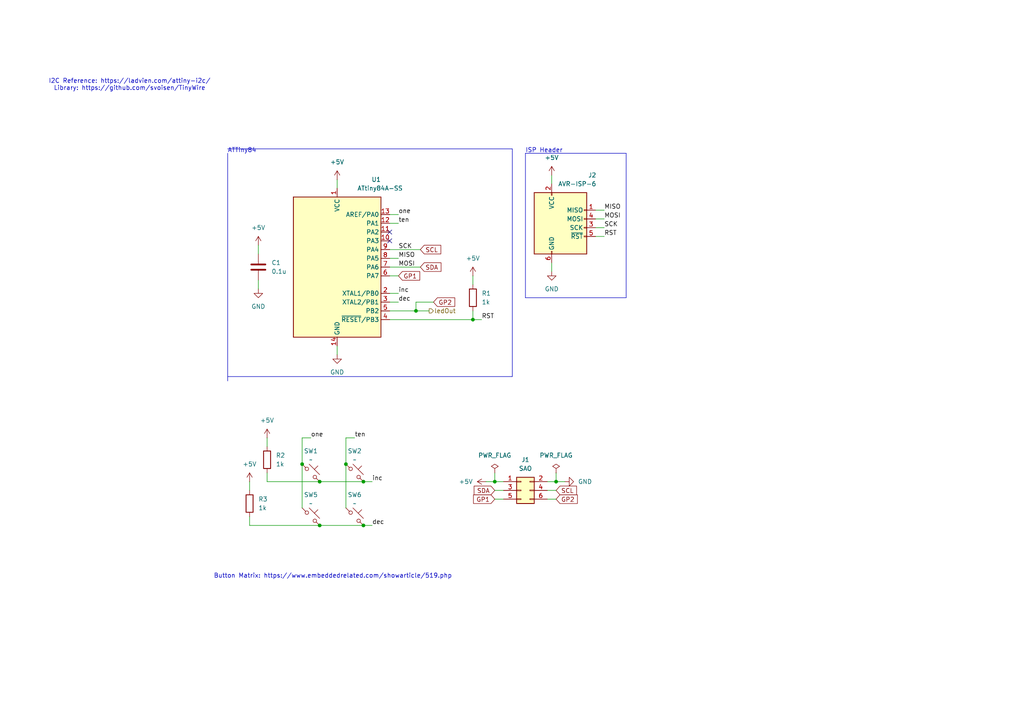
<source format=kicad_sch>
(kicad_sch (version 20231120) (generator "eeschema") (generator_version "8.0")
  (paper "A4")
  (lib_symbols
    (symbol "AVR-ISP-6_1" (pin_names (offset 1.016))
      (property "Reference" "J" (at -6.35 11.43 0))
      (property "Value" "AVR-ISP-6" (at 0 11.43 0))
      (symbol "AVR-ISP-6_1_0_1"
        (rectangle (start -2.667 -6.858) (end -2.413 -7.62))
        (rectangle (start -2.667 10.16) (end -2.413 9.398))
        (rectangle (start 7.62 -2.413) (end 6.858 -2.667))
        (rectangle (start 7.62 0.127) (end 6.858 -0.127))
        (rectangle (start 7.62 2.667) (end 6.858 2.413))
        (rectangle (start 7.62 5.207) (end 6.858 4.953))
        (rectangle (start 7.62 10.16) (end -7.62 -7.62) (stroke (width 0.254)) (fill (type background)))
      )
      (symbol "AVR-ISP-6_1_1_1"
        (pin passive line (at 10.16 5.08 180) (length 2.54) (name "MISO") (number "1"))
        (pin passive line (at -2.54 12.7 270) (length 2.54) (name "VCC") (number "2"))
        (pin passive line (at 10.16 0 180) (length 2.54) (name "SCK") (number "3"))
        (pin passive line (at 10.16 2.54 180) (length 2.54) (name "MOSI") (number "4"))
        (pin passive line (at 10.16 -2.54 180) (length 2.54) (name "~{RST}") (number "5"))
        (pin passive line (at -2.54 -10.16 90) (length 2.54) (name "GND") (number "6"))
      )
    )
    (symbol "Connector_Generic:Conn_02x03_Odd_Even" (pin_names (offset 1.016) hide)
      (property "Reference" "J" (at 1.27 5.08 0))
      (property "Value" "Conn_02x03_Odd_Even" (at 1.27 -5.08 0))
      (symbol "Conn_02x03_Odd_Even_1_1"
        (rectangle (start -1.27 -2.413) (end 0 -2.667) (stroke (width 0.1524)))
        (rectangle (start -1.27 0.127) (end 0 -0.127) (stroke (width 0.1524)))
        (rectangle (start -1.27 2.667) (end 0 2.413) (stroke (width 0.1524)))
        (rectangle (start -1.27 3.81) (end 3.81 -3.81) (stroke (width 0.254)) (fill (type background)))
        (rectangle (start 3.81 -2.413) (end 2.54 -2.667) (stroke (width 0.1524)))
        (rectangle (start 3.81 0.127) (end 2.54 -0.127) (stroke (width 0.1524)))
        (rectangle (start 3.81 2.667) (end 2.54 2.413) (stroke (width 0.1524)))
        (pin passive line (at -5.08 2.54 0) (length 3.81) (name "Pin_1") (number "1"))
        (pin passive line (at 7.62 2.54 180) (length 3.81) (name "Pin_2") (number "2"))
        (pin passive line (at -5.08 0 0) (length 3.81) (name "Pin_3") (number "3"))
        (pin passive line (at 7.62 0 180) (length 3.81) (name "Pin_4") (number "4"))
        (pin passive line (at -5.08 -2.54 0) (length 3.81) (name "Pin_5") (number "5"))
        (pin passive line (at 7.62 -2.54 180) (length 3.81) (name "Pin_6") (number "6"))
      )
    )
    (symbol "Device:C" (pin_numbers hide) (pin_names (offset 0.254))
      (property "Reference" "C" (at 0.635 2.54 0))
      (property "Value" "C" (at 0.635 -2.54 0))
      (symbol "C_0_1"
        (polyline (pts (xy -2.032 -0.762) (xy 2.032 -0.762)) (stroke (width 0.508)))
        (polyline (pts (xy -2.032 0.762) (xy 2.032 0.762)) (stroke (width 0.508)))
      )
      (symbol "C_1_1"
        (pin passive line (at 0 3.81 270) (length 2.794) (name "~") (number "1"))
        (pin passive line (at 0 -3.81 90) (length 2.794) (name "~") (number "2"))
      )
    )
    (symbol "Device:R" (pin_numbers hide) (pin_names (offset 0))
      (property "Reference" "R" (at 2.032 0 90))
      (property "Value" "R" (at 0 0 90))
      (symbol "R_0_1"
        (rectangle (start -1.016 -2.54) (end 1.016 2.54) (stroke (width 0.254)))
      )
      (symbol "R_1_1"
        (pin passive line (at 0 3.81 270) (length 1.27) (name "~") (number "1"))
        (pin passive line (at 0 -3.81 90) (length 1.27) (name "~") (number "2"))
      )
    )
    (symbol "MCU_Microchip_ATtiny:ATtiny84A-SS"
      (property "Reference" "U" (at -12.7 21.59 0))
      (property "Value" "ATtiny84A-SS" (at 2.54 -21.59 0))
      (symbol "ATtiny84A-SS_0_1"
        (rectangle (start -12.7 -20.32) (end 12.7 20.32) (stroke (width 0.254)) (fill (type background)))
      )
      (symbol "ATtiny84A-SS_1_1"
        (pin power_in line (at 0 22.86 270) (length 2.54) (name "VCC") (number "1"))
        (pin bidirectional line (at 15.24 7.62 180) (length 2.54) (name "PA3") (number "10"))
        (pin bidirectional line (at 15.24 10.16 180) (length 2.54) (name "PA2") (number "11"))
        (pin bidirectional line (at 15.24 12.7 180) (length 2.54) (name "PA1") (number "12"))
        (pin bidirectional line (at 15.24 15.24 180) (length 2.54) (name "AREF/PA0") (number "13"))
        (pin power_in line (at 0 -22.86 90) (length 2.54) (name "GND") (number "14"))
        (pin bidirectional line (at 15.24 -7.62 180) (length 2.54) (name "XTAL1/PB0") (number "2"))
        (pin bidirectional line (at 15.24 -10.16 180) (length 2.54) (name "XTAL2/PB1") (number "3"))
        (pin bidirectional line (at 15.24 -15.24 180) (length 2.54) (name "~{RESET}/PB3") (number "4"))
        (pin bidirectional line (at 15.24 -12.7 180) (length 2.54) (name "PB2") (number "5"))
        (pin bidirectional line (at 15.24 -2.54 180) (length 2.54) (name "PA7") (number "6"))
        (pin bidirectional line (at 15.24 0 180) (length 2.54) (name "PA6") (number "7"))
        (pin bidirectional line (at 15.24 2.54 180) (length 2.54) (name "PA5") (number "8"))
        (pin bidirectional line (at 15.24 5.08 180) (length 2.54) (name "PA4") (number "9"))
      )
    )
    (symbol "Switch:SW_Push_45deg" (pin_numbers hide) (pin_names (offset 1.016) hide)
      (property "Reference" "SW" (at 3.048 1.016 0))
      (property "Value" "SW_Push_45deg" (at 0 -3.81 0))
      (symbol "SW_Push_45deg_0_1"
        (circle (center -1.1684 1.1684) (radius 0.508))
        (polyline (pts (xy -0.508 2.54) (xy 2.54 -0.508)))
        (polyline (pts (xy 1.016 1.016) (xy 2.032 2.032)))
        (polyline (pts (xy -2.54 2.54) (xy -1.524 1.524) (xy -1.524 1.524)))
        (polyline (pts (xy 1.524 -1.524) (xy 2.54 -2.54) (xy 2.54 -2.54) (xy 2.54 -2.54)))
        (circle (center 1.143 -1.1938) (radius 0.508))
        (pin passive line (at -2.54 2.54 0) (length 0) (name "1") (number "1"))
        (pin passive line (at 2.54 -2.54 180) (length 0) (name "2") (number "2"))
      )
    )
    (symbol "power:+5V" (power) (pin_numbers hide) (pin_names (offset 0) hide)
      (property "Value" "+5V" (at 0 3.556 0))
      (symbol "+5V_0_1"
        (polyline (pts (xy -0.762 1.27) (xy 0 2.54)))
        (polyline (pts (xy 0 0) (xy 0 2.54)))
        (polyline (pts (xy 0 2.54) (xy 0.762 1.27)))
      )
      (symbol "+5V_1_1"
        (pin power_in line (at 0 0 90) (length 0) (name "~") (number "1"))
      )
    )
    (symbol "power:GND" (power) (pin_numbers hide) (pin_names (offset 0) hide)
      (property "Value" "GND" (at 0 -3.81 0))
      (symbol "GND_0_1"
        (polyline (pts (xy 0 0) (xy 0 -1.27) (xy 1.27 -1.27) (xy 0 -2.54) (xy -1.27 -1.27) (xy 0 -1.27)))
      )
      (symbol "GND_1_1"
        (pin power_in line (at 0 0 270) (length 0) (name "~") (number "1"))
      )
    )
    (symbol "power:PWR_FLAG" (power) (pin_numbers hide) (pin_names (offset 0) hide)
      (property "Value" "PWR_FLAG" (at 0 3.81 0))
      (symbol "PWR_FLAG_0_0"
        (pin power_out line (at 0 0 90) (length 0) (name "~") (number "1"))
      )
      (symbol "PWR_FLAG_0_1"
        (polyline (pts (xy 0 0) (xy 0 1.27) (xy -1.016 1.905) (xy 0 2.54) (xy 1.016 1.905) (xy 0 1.27)))
      )
    )
  )
  (junction (at 92.71 152.4))
  (junction (at 137.16 92.71))
  (junction (at 143.51 139.7))
  (junction (at 105.41 152.4))
  (junction (at 92.71 139.7))
  (junction (at 100.33 134.62))
  (junction (at 87.63 134.62))
  (junction (at 120.65 90.17))
  (junction (at 161.29 139.7))
  (junction (at 105.41 139.7))
  (no_connect (at 113.03 67.31))
  (no_connect (at 113.03 69.85))
  (wire (pts (xy 77.47 139.7) (xy 92.71 139.7)))
  (wire (pts (xy 143.51 137.16) (xy 143.51 139.7)))
  (wire (pts (xy 140.97 139.7) (xy 143.51 139.7)))
  (polyline (pts (xy 66.04 44.45) (xy 66.04 110.49)) (stroke (width 0) (type solid)))
  (wire (pts (xy 113.03 87.63) (xy 115.57 87.63)))
  (wire (pts (xy 113.03 92.71) (xy 137.16 92.71)))
  (wire (pts (xy 105.41 152.4) (xy 107.95 152.4)))
  (wire (pts (xy 74.93 81.28) (xy 74.93 83.82)))
  (wire (pts (xy 87.63 134.62) (xy 87.63 127)))
  (wire (pts (xy 72.39 149.86) (xy 72.39 152.4)))
  (wire (pts (xy 100.33 134.62) (xy 100.33 127)))
  (wire (pts (xy 137.16 80.01) (xy 137.16 82.55)))
  (wire (pts (xy 113.03 85.09) (xy 115.57 85.09)))
  (wire (pts (xy 77.47 127) (xy 77.47 129.54)))
  (wire (pts (xy 100.33 127) (xy 102.87 127)))
  (wire (pts (xy 72.39 139.7) (xy 72.39 142.24)))
  (wire (pts (xy 172.72 68.58) (xy 175.26 68.58)))
  (wire (pts (xy 87.63 127) (xy 90.17 127)))
  (wire (pts (xy 143.51 144.78) (xy 146.05 144.78)))
  (polyline (pts (xy 152.4 44.45) (xy 181.61 44.45)) (stroke (width 0) (type solid)))
  (wire (pts (xy 105.41 139.7) (xy 107.95 139.7)))
  (polyline (pts (xy 152.4 86.36) (xy 152.4 44.45)) (stroke (width 0) (type solid)))
  (wire (pts (xy 113.03 90.17) (xy 120.65 90.17)))
  (wire (pts (xy 143.51 142.24) (xy 146.05 142.24)))
  (wire (pts (xy 92.71 139.7) (xy 105.41 139.7)))
  (wire (pts (xy 87.63 147.32) (xy 87.63 134.62)))
  (polyline (pts (xy 148.59 43.18) (xy 148.59 109.22)) (stroke (width 0) (type solid)))
  (wire (pts (xy 74.93 71.12) (xy 74.93 73.66)))
  (wire (pts (xy 172.72 60.96) (xy 175.26 60.96)))
  (wire (pts (xy 160.02 50.8) (xy 160.02 53.34)))
  (wire (pts (xy 113.03 74.93) (xy 115.57 74.93)))
  (wire (pts (xy 158.75 139.7) (xy 161.29 139.7)))
  (wire (pts (xy 97.79 52.07) (xy 97.79 54.61)))
  (wire (pts (xy 72.39 152.4) (xy 92.71 152.4)))
  (wire (pts (xy 77.47 137.16) (xy 77.47 139.7)))
  (wire (pts (xy 97.79 100.33) (xy 97.79 102.87)))
  (wire (pts (xy 172.72 66.04) (xy 175.26 66.04)))
  (wire (pts (xy 161.29 137.16) (xy 161.29 139.7)))
  (wire (pts (xy 161.29 139.7) (xy 163.83 139.7)))
  (wire (pts (xy 137.16 92.71) (xy 139.7 92.71)))
  (wire (pts (xy 143.51 139.7) (xy 146.05 139.7)))
  (wire (pts (xy 113.03 72.39) (xy 121.92 72.39)))
  (wire (pts (xy 113.03 64.77) (xy 115.57 64.77)))
  (polyline (pts (xy 181.61 86.36) (xy 152.4 86.36)) (stroke (width 0) (type solid)))
  (polyline (pts (xy 181.61 44.45) (xy 181.61 86.36)) (stroke (width 0) (type solid)))
  (wire (pts (xy 120.65 87.63) (xy 125.73 87.63)))
  (wire (pts (xy 120.65 90.17) (xy 124.46 90.17)))
  (wire (pts (xy 113.03 62.23) (xy 115.57 62.23)))
  (wire (pts (xy 113.03 80.01) (xy 115.57 80.01)))
  (wire (pts (xy 158.75 144.78) (xy 161.29 144.78)))
  (polyline (pts (xy 148.59 109.22) (xy 66.04 109.22)) (stroke (width 0) (type solid)))
  (wire (pts (xy 158.75 142.24) (xy 161.29 142.24)))
  (polyline (pts (xy 66.04 43.18) (xy 148.59 43.18)) (stroke (width 0) (type solid)))
  (wire (pts (xy 92.71 152.4) (xy 105.41 152.4)))
  (wire (pts (xy 100.33 147.32) (xy 100.33 134.62)))
  (wire (pts (xy 137.16 90.17) (xy 137.16 92.71)))
  (wire (pts (xy 172.72 63.5) (xy 175.26 63.5)))
  (wire (pts (xy 120.65 90.17) (xy 120.65 87.63)))
  (wire (pts (xy 160.02 76.2) (xy 160.02 78.74)))
  (wire (pts (xy 113.03 77.47) (xy 121.92 77.47)))
  (text "ATTiny84" (at 66.04 44.45 0) (effects (font (size 1.27 1.27)) (justify left bottom)))
  (text "ISP Header" (at 152.4 44.45 0) (effects (font (size 1.27 1.27)) (justify left bottom)))
  (text "I2C Reference: https://ladvien.com/attiny-i2c/\nLibrary: https://github.com/svoisen/TinyWire" (at 37.592 24.638 0) (effects (font (size 1.27 1.27))))
  (text "Button Matrix: https://www.embeddedrelated.com/showarticle/519.php" (at 61.976 167.132 0) (effects (font (size 1.27 1.27)) (justify left)))
  (label "dec" (at 107.95 152.4 0))
  (label "dec" (at 115.57 87.63 0))
  (label "one" (at 115.57 62.23 0))
  (label "MISO" (at 175.26 60.96 0))
  (label "ten" (at 115.57 64.77 0))
  (label "RST" (at 175.26 68.58 0))
  (label "RST" (at 139.7 92.71 0))
  (label "inc" (at 115.57 85.09 0))
  (label "SCK" (at 175.26 66.04 0))
  (label "one" (at 90.17 127 0))
  (label "MOSI" (at 175.26 63.5 0))
  (label "ten" (at 102.87 127 0))
  (label "SCK" (at 115.57 72.39 0))
  (label "MOSI" (at 115.57 77.47 0))
  (label "inc" (at 107.95 139.7 0))
  (label "MISO" (at 115.57 74.93 0))
  (global_label "GP2" (shape input) (at 125.73 87.63 0) (property "Intersheetrefs" "${INTERSHEET_REFS}" (effects (hide yes))))
  (global_label "SCL" (shape input) (at 161.29 142.24 0) (property "Intersheetrefs" "${INTERSHEET_REFS}" (effects (hide yes))))
  (global_label "GP1" (shape input) (at 115.57 80.01 0) (property "Intersheetrefs" "${INTERSHEET_REFS}" (effects (hide yes))))
  (global_label "GP2" (shape input) (at 161.29 144.78 0) (property "Intersheetrefs" "${INTERSHEET_REFS}" (effects (hide yes))))
  (global_label "SDA" (shape input) (at 121.92 77.47 0) (property "Intersheetrefs" "${INTERSHEET_REFS}" (effects (hide yes))))
  (global_label "SDA" (shape input) (at 143.51 142.24 180) (property "Intersheetrefs" "${INTERSHEET_REFS}" (effects (hide yes))))
  (global_label "SCL" (shape input) (at 121.92 72.39 0) (property "Intersheetrefs" "${INTERSHEET_REFS}" (effects (hide yes))))
  (global_label "GP1" (shape input) (at 143.51 144.78 180) (property "Intersheetrefs" "${INTERSHEET_REFS}" (effects (hide yes))))
  (hierarchical_label "ledOut" (shape output) (at 124.46 90.17 0))
  (symbol (lib_id "power:PWR_FLAG") (at 161.29 137.16 0) (unit 1)
    (property "Reference" "#FLG02" (effects (hide yes)))
    (property "Value" "PWR_FLAG" (at 161.29 132.08 0))
    (property "Description" "Special symbol for telling ERC where power comes from" (effects (hide yes)))
  )
  (symbol (lib_id "power:GND") (at 97.79 102.87 0) (unit 1)
    (property "Reference" "#PWR014" (effects (hide yes)))
    (property "Value" "GND" (at 97.79 107.95 0))
    (property "Description" "Power symbol creates a global label with name \"GND\" , ground" (effects (hide yes)))
  )
  (symbol (lib_id "Switch:SW_Push_45deg") (at 102.87 137.16 0) (unit 1)
    (property "Reference" "SW2" (at 102.87 130.81 0))
    (property "Value" "~" (at 102.87 133.35 0))
    (property "Footprint" "customParts:PTS636 SK43 LFS" (effects (hide yes)))
    (property "Description" "Push button switch, normally open, two pins, 45° tilted" (effects (hide yes)))
    (property "MFG" "C&K" (effects (hide yes)))
    (property "MPN" "PTS636 SK43 LFS" (effects (hide yes)))
  )
  (symbol (lib_name "AVR-ISP-6_1") (lib_id "Connector:AVR-ISP-6") (at 162.56 66.04 0) (unit 1)
    (property "Reference" "J2" (at 172.974 50.8 0) (effects (justify right)))
    (property "Value" "AVR-ISP-6" (at 172.974 53.34 0) (effects (justify right)))
    (property "Footprint" "Connector_PinHeader_2.54mm:PinHeader_2x03_P2.54mm_Vertical" (effects (hide yes)))
    (property "Description" "Atmel 6-pin ISP connector" (effects (hide yes)))
    (property "footprintCheck" "y" (effects (hide yes)))
    (property "implementationCheck" "y" (effects (hide yes)))
    (property "MFG" "Amphenol FCI " (effects (hide yes)))
    (property "MPN" "10129381-906002BLF" (effects (hide yes)))
  )
  (symbol (lib_id "power:+5V") (at 97.79 52.07 0) (unit 1)
    (property "Reference" "#PWR013" (effects (hide yes)))
    (property "Value" "+5V" (at 97.79 46.99 0))
    (property "Description" "Power symbol creates a global label with name \"+5V\"" (effects (hide yes)))
  )
  (symbol (lib_id "Switch:SW_Push_45deg") (at 102.87 149.86 0) (unit 1)
    (property "Reference" "SW6" (at 102.87 143.51 0))
    (property "Value" "~" (at 102.87 146.05 0))
    (property "Footprint" "customParts:PTS636 SK43 LFS" (effects (hide yes)))
    (property "Description" "Push button switch, normally open, two pins, 45° tilted" (effects (hide yes)))
    (property "MFG" "C&K" (effects (hide yes)))
    (property "MPN" "PTS636 SK43 LFS" (effects (hide yes)))
  )
  (symbol (lib_id "Device:R") (at 72.39 146.05 0) (unit 1)
    (property "Reference" "R3" (at 74.93 144.7799 0) (effects (justify left)))
    (property "Value" "1k" (at 74.93 147.3199 0) (effects (justify left)))
    (property "Footprint" "Resistor_SMD:R_0805_2012Metric" (effects (hide yes)))
    (property "Description" "Resistor" (effects (hide yes)))
  )
  (symbol (lib_id "Device:C") (at 74.93 77.47 0) (unit 1)
    (property "Reference" "C1" (at 78.74 76.1999 0) (effects (justify left)))
    (property "Value" "0.1u" (at 78.74 78.7399 0) (effects (justify left)))
    (property "Footprint" "Capacitor_SMD:C_0805_2012Metric" (effects (hide yes)))
    (property "mouserPN" "80-C0805C104M3R" (effects (hide yes)))
    (property "implementationCheck" "y" (effects (hide yes)))
  )
  (symbol (lib_id "Switch:SW_Push_45deg") (at 90.17 137.16 0) (unit 1)
    (property "Reference" "SW1" (at 90.17 130.81 0))
    (property "Value" "~" (at 90.17 133.35 0))
    (property "Footprint" "customParts:PTS636 SK43 LFS" (effects (hide yes)))
    (property "Description" "Push button switch, normally open, two pins, 45° tilted" (effects (hide yes)))
    (property "MFG" "C&K" (effects (hide yes)))
    (property "MPN" "PTS636 SK43 LFS" (effects (hide yes)))
  )
  (symbol (lib_id "power:GND") (at 163.83 139.7 90) (unit 1)
    (property "Reference" "#PWR010" (effects (hide yes)))
    (property "Value" "GND" (at 167.64 139.6999 90) (effects (justify right)))
    (property "Description" "Power symbol creates a global label with name \"GND\" , ground" (effects (hide yes)))
  )
  (symbol (lib_id "power:PWR_FLAG") (at 143.51 137.16 0) (unit 1)
    (property "Reference" "#FLG01" (effects (hide yes)))
    (property "Value" "PWR_FLAG" (at 143.51 132.08 0))
    (property "Description" "Special symbol for telling ERC where power comes from" (effects (hide yes)))
  )
  (symbol (lib_id "power:+5V") (at 74.93 71.12 0) (unit 1)
    (property "Reference" "#PWR011" (effects (hide yes)))
    (property "Value" "+5V" (at 74.93 66.04 0))
    (property "Description" "Power symbol creates a global label with name \"+5V\"" (effects (hide yes)))
  )
  (symbol (lib_id "Connector_Generic:Conn_02x03_Odd_Even") (at 151.13 142.24 0) (unit 1)
    (property "Reference" "J1" (at 152.4 133.35 0))
    (property "Value" "SAO" (at 152.4 135.89 0))
    (property "Footprint" "Connector_PinHeader_2.54mm:PinHeader_2x03_P2.54mm_Vertical" (effects (hide yes)))
    (property "Description" "Generic connector, double row, 02x03, odd/even pin numbering scheme (row 1 odd numbers, row 2 even numbers), script generated (kicad-library-utils/schlib/autogen/connector/)" (effects (hide yes)))
  )
  (symbol (lib_id "power:+5V") (at 72.39 139.7 0) (unit 1)
    (property "Reference" "#PWR019" (effects (hide yes)))
    (property "Value" "+5V" (at 72.39 134.62 0))
    (property "Description" "Power symbol creates a global label with name \"+5V\"" (effects (hide yes)))
  )
  (symbol (lib_id "Device:R") (at 137.16 86.36 0) (unit 1)
    (property "Reference" "R1" (at 139.7 85.0899 0) (effects (justify left)))
    (property "Value" "1k" (at 139.7 87.6299 0) (effects (justify left)))
    (property "Footprint" "Resistor_SMD:R_0805_2012Metric_Pad1.20x1.40mm_HandSolder" (effects (hide yes)))
    (property "mouserPN" "71-CRCW08051K00JNEAC" (effects (hide yes)))
    (property "implementationCheck" "y" (effects (hide yes)))
  )
  (symbol (lib_id "power:+5V") (at 140.97 139.7 90) (unit 1)
    (property "Reference" "#PWR09" (effects (hide yes)))
    (property "Value" "+5V" (at 137.16 139.6999 90) (effects (justify left)))
    (property "Description" "Power symbol creates a global label with name \"+5V\"" (effects (hide yes)))
  )
  (symbol (lib_id "power:GND") (at 74.93 83.82 0) (unit 1)
    (property "Reference" "#PWR012" (effects (hide yes)))
    (property "Value" "GND" (at 74.93 88.9 0))
    (property "Description" "Power symbol creates a global label with name \"GND\" , ground" (effects (hide yes)))
  )
  (symbol (lib_id "power:+5V") (at 77.47 127 0) (unit 1)
    (property "Reference" "#PWR018" (effects (hide yes)))
    (property "Value" "+5V" (at 77.47 121.92 0))
    (property "Description" "Power symbol creates a global label with name \"+5V\"" (effects (hide yes)))
  )
  (symbol (lib_id "Switch:SW_Push_45deg") (at 90.17 149.86 0) (unit 1)
    (property "Reference" "SW5" (at 90.17 143.51 0))
    (property "Value" "~" (at 90.17 146.05 0))
    (property "Footprint" "customParts:PTS636 SK43 LFS" (effects (hide yes)))
    (property "Description" "Push button switch, normally open, two pins, 45° tilted" (effects (hide yes)))
    (property "MFG" "C&K" (effects (hide yes)))
    (property "MPN" "PTS636 SK43 LFS" (effects (hide yes)))
  )
  (symbol (lib_id "power:GND") (at 160.02 78.74 0) (unit 1)
    (property "Reference" "#PWR017" (effects (hide yes)))
    (property "Value" "GND" (at 160.02 83.82 0))
    (property "Description" "Power symbol creates a global label with name \"GND\" , ground" (effects (hide yes)))
  )
  (symbol (lib_id "power:+5V") (at 137.16 80.01 0) (unit 1)
    (property "Reference" "#PWR015" (effects (hide yes)))
    (property "Value" "+5V" (at 137.16 74.93 0))
    (property "Description" "Power symbol creates a global label with name \"+5V\"" (effects (hide yes)))
  )
  (symbol (lib_id "power:+5V") (at 160.02 50.8 0) (unit 1)
    (property "Reference" "#PWR016" (effects (hide yes)))
    (property "Value" "+5V" (at 160.02 45.72 0))
    (property "Description" "Power symbol creates a global label with name \"+5V\"" (effects (hide yes)))
  )
  (symbol (lib_id "MCU_Microchip_ATtiny:ATtiny84A-SS") (at 97.79 77.47 0) (unit 1)
    (property "Reference" "U1" (at 110.49 52.07 0) (effects (justify right)))
    (property "Value" "ATtiny84A-SS" (at 116.84 54.61 0) (effects (justify right)))
    (property "Footprint" "Package_SO:SOIC-14_3.9x8.7mm_P1.27mm" (effects (hide yes)))
    (property "Datasheet" "http://ww1.microchip.com/downloads/en/DeviceDoc/doc8183.pdf" (effects (hide yes)))
    (property "mouserPN" " 556-ATTINY84-20SSU " (effects (hide yes)))
    (property "footprintCheck" "y" (effects (hide yes)))
    (property "implementationCheck" "y" (effects (hide yes)))
    (property "MFG" "Microchip" (effects (hide yes)))
    (property "MPN" "ATTINY84-20SSU" (effects (hide yes)))
  )
  (symbol (lib_id "Device:R") (at 77.47 133.35 0) (unit 1)
    (property "Reference" "R2" (at 80.01 132.0799 0) (effects (justify left)))
    (property "Value" "1k" (at 80.01 134.6199 0) (effects (justify left)))
    (property "Footprint" "Resistor_SMD:R_0805_2012Metric" (effects (hide yes)))
    (property "Description" "Resistor" (effects (hide yes)))
  )
)
</source>
